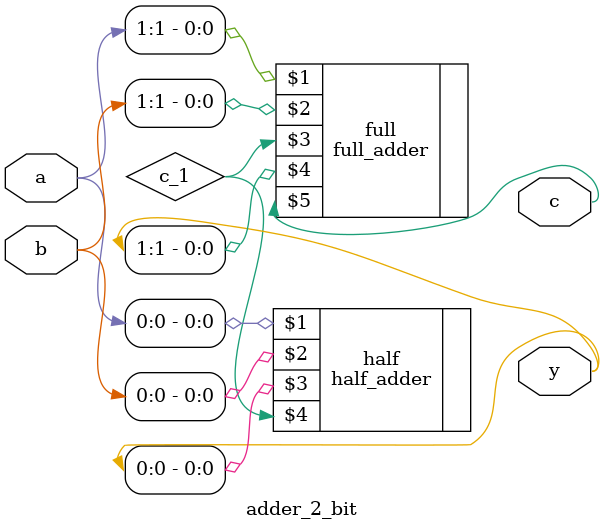
<source format=sv>
module adder_2_bit(a, b, y, c);

input wire [1:0] a;
input wire [1:0] b;
output logic [1:0] y;
output logic c;

logic c_1;

half_adder half(a[0], b[0], y[0], c_1);
full_adder full(a[1], b[1], c_1, y[1], c);


endmodule
</source>
